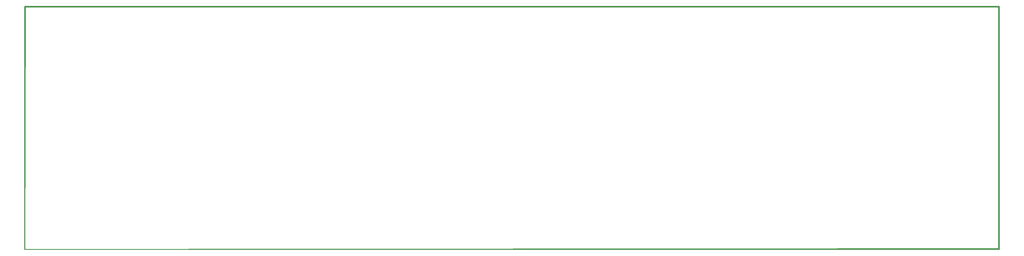
<source format=gbl>
G04 #@! TF.GenerationSoftware,KiCad,Pcbnew,7.0.10-1.fc39*
G04 #@! TF.CreationDate,2024-01-09T17:01:27-05:00*
G04 #@! TF.ProjectId,SYSMATT-WS2812-MATRIX-CARRIER-32X8-SPACER-PLATE,5359534d-4154-4542-9d57-53323831322d,rev?*
G04 #@! TF.SameCoordinates,Original*
G04 #@! TF.FileFunction,Copper,L2,Bot*
G04 #@! TF.FilePolarity,Positive*
%FSLAX46Y46*%
G04 Gerber Fmt 4.6, Leading zero omitted, Abs format (unit mm)*
G04 Created by KiCad (PCBNEW 7.0.10-1.fc39) date 2024-01-09 17:01:27*
%MOMM*%
%LPD*%
G01*
G04 APERTURE LIST*
G04 APERTURE END LIST*
G04 #@! TA.AperFunction,Conductor*
G36*
X330443039Y89480315D02*
G01*
X330488794Y89427511D01*
X330500000Y89376000D01*
X330500000Y9624000D01*
X330480315Y9556961D01*
X330427511Y9511206D01*
X330376000Y9500000D01*
X10624000Y9500000D01*
X10556961Y9519685D01*
X10511206Y9572489D01*
X10500000Y9624000D01*
X10500000Y9778999D01*
X10795000Y9778999D01*
X330000000Y10000000D01*
X330000000Y89000000D01*
X11000000Y89000000D01*
X10795000Y9778999D01*
X10500000Y9778999D01*
X10500000Y89376000D01*
X10519685Y89443039D01*
X10572489Y89488794D01*
X10624000Y89500000D01*
X330376000Y89500000D01*
X330443039Y89480315D01*
G37*
G04 #@! TD.AperFunction*
M02*

</source>
